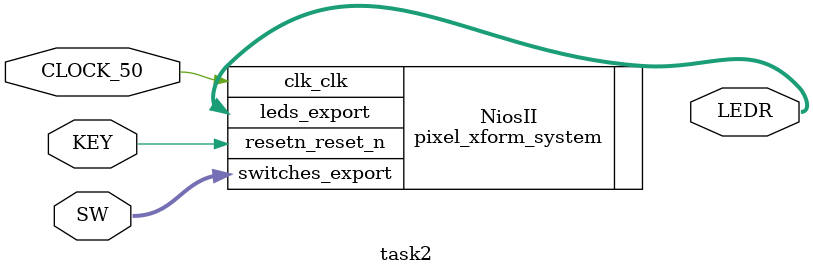
<source format=v>
module task2 (CLOCK_50, SW, KEY, LEDR);
    input CLOCK_50;
    input [7:0] SW;
    input [0:0] KEY;
    output [7:0] LEDR;

    pixel_xform_system NiosII (
        .clk_clk(CLOCK_50), .resetn_reset_n(KEY),
        .switches_export(SW), .leds_export(LEDR) );
endmodule

</source>
